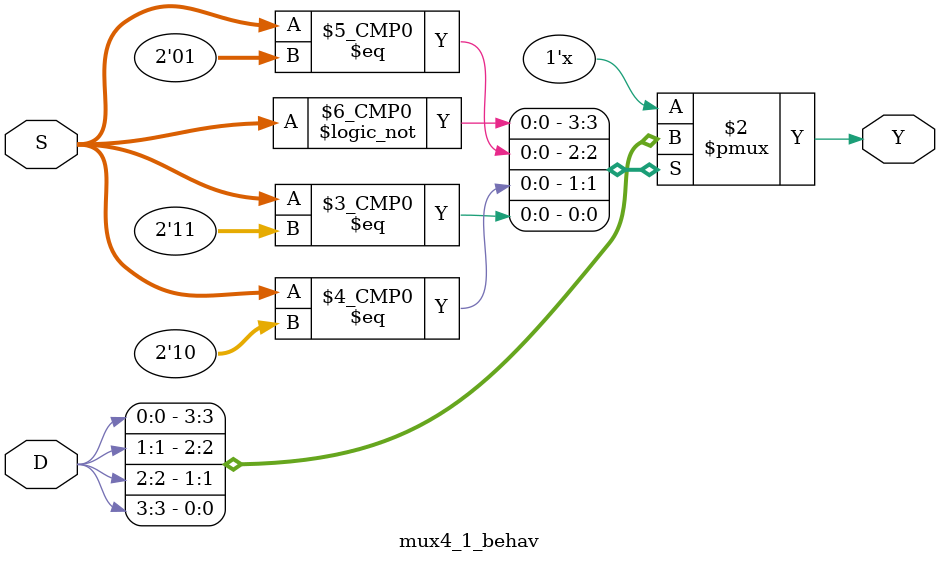
<source format=v>
module mux4_1_behav(S,D,Y);
input [1:0]S; 
input [3:0]D;
output reg Y;
always @(*)
begin
case(S)
2'b00 : Y = D[0];
2'b01 : Y = D[1];
2'b10 : Y = D[2];
2'b11 : Y = D[3];
default : Y = 0;
endcase
end
endmodule 
</source>
